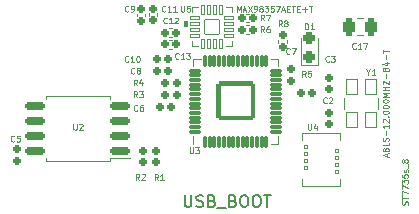
<source format=gto>
%TF.GenerationSoftware,KiCad,Pcbnew,(6.0.9)*%
%TF.CreationDate,2023-01-06T22:41:28-05:00*%
%TF.ProjectId,Doom Keycap,446f6f6d-204b-4657-9963-61702e6b6963,REV1*%
%TF.SameCoordinates,Original*%
%TF.FileFunction,Legend,Top*%
%TF.FilePolarity,Positive*%
%FSLAX46Y46*%
G04 Gerber Fmt 4.6, Leading zero omitted, Abs format (unit mm)*
G04 Created by KiCad (PCBNEW (6.0.9)) date 2023-01-06 22:41:28*
%MOMM*%
%LPD*%
G01*
G04 APERTURE LIST*
G04 Aperture macros list*
%AMRoundRect*
0 Rectangle with rounded corners*
0 $1 Rounding radius*
0 $2 $3 $4 $5 $6 $7 $8 $9 X,Y pos of 4 corners*
0 Add a 4 corners polygon primitive as box body*
4,1,4,$2,$3,$4,$5,$6,$7,$8,$9,$2,$3,0*
0 Add four circle primitives for the rounded corners*
1,1,$1+$1,$2,$3*
1,1,$1+$1,$4,$5*
1,1,$1+$1,$6,$7*
1,1,$1+$1,$8,$9*
0 Add four rect primitives between the rounded corners*
20,1,$1+$1,$2,$3,$4,$5,0*
20,1,$1+$1,$4,$5,$6,$7,0*
20,1,$1+$1,$6,$7,$8,$9,0*
20,1,$1+$1,$8,$9,$2,$3,0*%
G04 Aperture macros list end*
%ADD10C,0.150000*%
%ADD11C,0.125000*%
%ADD12C,0.120000*%
%ADD13C,0.100000*%
%ADD14RoundRect,0.198500X0.147500X0.172500X-0.147500X0.172500X-0.147500X-0.172500X0.147500X-0.172500X0*%
%ADD15RoundRect,0.198500X-0.172500X0.147500X-0.172500X-0.147500X0.172500X-0.147500X0.172500X0.147500X0*%
%ADD16RoundRect,0.198500X0.172500X-0.147500X0.172500X0.147500X-0.172500X0.147500X-0.172500X-0.147500X0*%
%ADD17RoundRect,0.201000X0.650000X0.150000X-0.650000X0.150000X-0.650000X-0.150000X0.650000X-0.150000X0*%
%ADD18RoundRect,0.198500X-0.147500X-0.172500X0.147500X-0.172500X0.147500X0.172500X-0.147500X0.172500X0*%
%ADD19RoundRect,0.101000X0.050000X-0.387500X0.050000X0.387500X-0.050000X0.387500X-0.050000X-0.387500X0*%
%ADD20RoundRect,0.101000X0.387500X-0.050000X0.387500X0.050000X-0.387500X0.050000X-0.387500X-0.050000X0*%
%ADD21RoundRect,0.195000X1.456000X-1.456000X1.456000X1.456000X-1.456000X1.456000X-1.456000X-1.456000X0*%
%ADD22RoundRect,0.051000X0.495300X-0.622300X0.495300X0.622300X-0.495300X0.622300X-0.495300X-0.622300X0*%
%ADD23RoundRect,0.294750X0.243750X0.456250X-0.243750X0.456250X-0.243750X-0.456250X0.243750X-0.456250X0*%
%ADD24RoundRect,0.191000X-0.170000X0.140000X-0.170000X-0.140000X0.170000X-0.140000X0.170000X0.140000X0*%
%ADD25RoundRect,0.191000X0.140000X0.170000X-0.140000X0.170000X-0.140000X-0.170000X0.140000X-0.170000X0*%
%ADD26RoundRect,0.051000X-0.406400X0.127000X-0.406400X-0.127000X0.406400X-0.127000X0.406400X0.127000X0*%
%ADD27RoundRect,0.051000X0.127000X0.406400X-0.127000X0.406400X-0.127000X-0.406400X0.127000X-0.406400X0*%
%ADD28RoundRect,0.051000X0.622300X0.622300X-0.622300X0.622300X-0.622300X-0.622300X0.622300X-0.622300X0*%
%ADD29RoundRect,0.186000X-0.185000X0.135000X-0.185000X-0.135000X0.185000X-0.135000X0.185000X0.135000X0*%
%ADD30RoundRect,0.269750X0.256250X-0.218750X0.256250X0.218750X-0.256250X0.218750X-0.256250X-0.218750X0*%
%ADD31RoundRect,0.051000X0.152400X-0.127000X0.152400X0.127000X-0.152400X0.127000X-0.152400X-0.127000X0*%
%ADD32O,1.152000X1.552000*%
%ADD33O,1.402000X1.902000*%
G04 APERTURE END LIST*
D10*
X171268571Y-95507380D02*
X171268571Y-96316904D01*
X171316190Y-96412142D01*
X171363809Y-96459761D01*
X171459047Y-96507380D01*
X171649523Y-96507380D01*
X171744761Y-96459761D01*
X171792380Y-96412142D01*
X171840000Y-96316904D01*
X171840000Y-95507380D01*
X172268571Y-96459761D02*
X172411428Y-96507380D01*
X172649523Y-96507380D01*
X172744761Y-96459761D01*
X172792380Y-96412142D01*
X172840000Y-96316904D01*
X172840000Y-96221666D01*
X172792380Y-96126428D01*
X172744761Y-96078809D01*
X172649523Y-96031190D01*
X172459047Y-95983571D01*
X172363809Y-95935952D01*
X172316190Y-95888333D01*
X172268571Y-95793095D01*
X172268571Y-95697857D01*
X172316190Y-95602619D01*
X172363809Y-95555000D01*
X172459047Y-95507380D01*
X172697142Y-95507380D01*
X172840000Y-95555000D01*
X173601904Y-95983571D02*
X173744761Y-96031190D01*
X173792380Y-96078809D01*
X173840000Y-96174047D01*
X173840000Y-96316904D01*
X173792380Y-96412142D01*
X173744761Y-96459761D01*
X173649523Y-96507380D01*
X173268571Y-96507380D01*
X173268571Y-95507380D01*
X173601904Y-95507380D01*
X173697142Y-95555000D01*
X173744761Y-95602619D01*
X173792380Y-95697857D01*
X173792380Y-95793095D01*
X173744761Y-95888333D01*
X173697142Y-95935952D01*
X173601904Y-95983571D01*
X173268571Y-95983571D01*
X174030476Y-96602619D02*
X174792380Y-96602619D01*
X175363809Y-95983571D02*
X175506666Y-96031190D01*
X175554285Y-96078809D01*
X175601904Y-96174047D01*
X175601904Y-96316904D01*
X175554285Y-96412142D01*
X175506666Y-96459761D01*
X175411428Y-96507380D01*
X175030476Y-96507380D01*
X175030476Y-95507380D01*
X175363809Y-95507380D01*
X175459047Y-95555000D01*
X175506666Y-95602619D01*
X175554285Y-95697857D01*
X175554285Y-95793095D01*
X175506666Y-95888333D01*
X175459047Y-95935952D01*
X175363809Y-95983571D01*
X175030476Y-95983571D01*
X176220952Y-95507380D02*
X176411428Y-95507380D01*
X176506666Y-95555000D01*
X176601904Y-95650238D01*
X176649523Y-95840714D01*
X176649523Y-96174047D01*
X176601904Y-96364523D01*
X176506666Y-96459761D01*
X176411428Y-96507380D01*
X176220952Y-96507380D01*
X176125714Y-96459761D01*
X176030476Y-96364523D01*
X175982857Y-96174047D01*
X175982857Y-95840714D01*
X176030476Y-95650238D01*
X176125714Y-95555000D01*
X176220952Y-95507380D01*
X177268571Y-95507380D02*
X177459047Y-95507380D01*
X177554285Y-95555000D01*
X177649523Y-95650238D01*
X177697142Y-95840714D01*
X177697142Y-96174047D01*
X177649523Y-96364523D01*
X177554285Y-96459761D01*
X177459047Y-96507380D01*
X177268571Y-96507380D01*
X177173333Y-96459761D01*
X177078095Y-96364523D01*
X177030476Y-96174047D01*
X177030476Y-95840714D01*
X177078095Y-95650238D01*
X177173333Y-95555000D01*
X177268571Y-95507380D01*
X177982857Y-95507380D02*
X178554285Y-95507380D01*
X178268571Y-96507380D02*
X178268571Y-95507380D01*
D11*
X166518571Y-84178571D02*
X166494761Y-84202380D01*
X166423333Y-84226190D01*
X166375714Y-84226190D01*
X166304285Y-84202380D01*
X166256666Y-84154761D01*
X166232857Y-84107142D01*
X166209047Y-84011904D01*
X166209047Y-83940476D01*
X166232857Y-83845238D01*
X166256666Y-83797619D01*
X166304285Y-83750000D01*
X166375714Y-83726190D01*
X166423333Y-83726190D01*
X166494761Y-83750000D01*
X166518571Y-83773809D01*
X166994761Y-84226190D02*
X166709047Y-84226190D01*
X166851904Y-84226190D02*
X166851904Y-83726190D01*
X166804285Y-83797619D01*
X166756666Y-83845238D01*
X166709047Y-83869047D01*
X167304285Y-83726190D02*
X167351904Y-83726190D01*
X167399523Y-83750000D01*
X167423333Y-83773809D01*
X167447142Y-83821428D01*
X167470952Y-83916666D01*
X167470952Y-84035714D01*
X167447142Y-84130952D01*
X167423333Y-84178571D01*
X167399523Y-84202380D01*
X167351904Y-84226190D01*
X167304285Y-84226190D01*
X167256666Y-84202380D01*
X167232857Y-84178571D01*
X167209047Y-84130952D01*
X167185238Y-84035714D01*
X167185238Y-83916666D01*
X167209047Y-83821428D01*
X167232857Y-83773809D01*
X167256666Y-83750000D01*
X167304285Y-83726190D01*
X167006666Y-85178571D02*
X166982857Y-85202380D01*
X166911428Y-85226190D01*
X166863809Y-85226190D01*
X166792380Y-85202380D01*
X166744761Y-85154761D01*
X166720952Y-85107142D01*
X166697142Y-85011904D01*
X166697142Y-84940476D01*
X166720952Y-84845238D01*
X166744761Y-84797619D01*
X166792380Y-84750000D01*
X166863809Y-84726190D01*
X166911428Y-84726190D01*
X166982857Y-84750000D01*
X167006666Y-84773809D01*
X167292380Y-84940476D02*
X167244761Y-84916666D01*
X167220952Y-84892857D01*
X167197142Y-84845238D01*
X167197142Y-84821428D01*
X167220952Y-84773809D01*
X167244761Y-84750000D01*
X167292380Y-84726190D01*
X167387619Y-84726190D01*
X167435238Y-84750000D01*
X167459047Y-84773809D01*
X167482857Y-84821428D01*
X167482857Y-84845238D01*
X167459047Y-84892857D01*
X167435238Y-84916666D01*
X167387619Y-84940476D01*
X167292380Y-84940476D01*
X167244761Y-84964285D01*
X167220952Y-84988095D01*
X167197142Y-85035714D01*
X167197142Y-85130952D01*
X167220952Y-85178571D01*
X167244761Y-85202380D01*
X167292380Y-85226190D01*
X167387619Y-85226190D01*
X167435238Y-85202380D01*
X167459047Y-85178571D01*
X167482857Y-85130952D01*
X167482857Y-85035714D01*
X167459047Y-84988095D01*
X167435238Y-84964285D01*
X167387619Y-84940476D01*
X156856666Y-90928571D02*
X156832857Y-90952380D01*
X156761428Y-90976190D01*
X156713809Y-90976190D01*
X156642380Y-90952380D01*
X156594761Y-90904761D01*
X156570952Y-90857142D01*
X156547142Y-90761904D01*
X156547142Y-90690476D01*
X156570952Y-90595238D01*
X156594761Y-90547619D01*
X156642380Y-90500000D01*
X156713809Y-90476190D01*
X156761428Y-90476190D01*
X156832857Y-90500000D01*
X156856666Y-90523809D01*
X157309047Y-90476190D02*
X157070952Y-90476190D01*
X157047142Y-90714285D01*
X157070952Y-90690476D01*
X157118571Y-90666666D01*
X157237619Y-90666666D01*
X157285238Y-90690476D01*
X157309047Y-90714285D01*
X157332857Y-90761904D01*
X157332857Y-90880952D01*
X157309047Y-90928571D01*
X157285238Y-90952380D01*
X157237619Y-90976190D01*
X157118571Y-90976190D01*
X157070952Y-90952380D01*
X157047142Y-90928571D01*
X167431666Y-94211190D02*
X167265000Y-93973095D01*
X167145952Y-94211190D02*
X167145952Y-93711190D01*
X167336428Y-93711190D01*
X167384047Y-93735000D01*
X167407857Y-93758809D01*
X167431666Y-93806428D01*
X167431666Y-93877857D01*
X167407857Y-93925476D01*
X167384047Y-93949285D01*
X167336428Y-93973095D01*
X167145952Y-93973095D01*
X167622142Y-93758809D02*
X167645952Y-93735000D01*
X167693571Y-93711190D01*
X167812619Y-93711190D01*
X167860238Y-93735000D01*
X167884047Y-93758809D01*
X167907857Y-93806428D01*
X167907857Y-93854047D01*
X167884047Y-93925476D01*
X167598333Y-94211190D01*
X167907857Y-94211190D01*
X161859047Y-89476190D02*
X161859047Y-89880952D01*
X161882857Y-89928571D01*
X161906666Y-89952380D01*
X161954285Y-89976190D01*
X162049523Y-89976190D01*
X162097142Y-89952380D01*
X162120952Y-89928571D01*
X162144761Y-89880952D01*
X162144761Y-89476190D01*
X162359047Y-89523809D02*
X162382857Y-89500000D01*
X162430476Y-89476190D01*
X162549523Y-89476190D01*
X162597142Y-89500000D01*
X162620952Y-89523809D01*
X162644761Y-89571428D01*
X162644761Y-89619047D01*
X162620952Y-89690476D01*
X162335238Y-89976190D01*
X162644761Y-89976190D01*
X183506666Y-84178571D02*
X183482857Y-84202380D01*
X183411428Y-84226190D01*
X183363809Y-84226190D01*
X183292380Y-84202380D01*
X183244761Y-84154761D01*
X183220952Y-84107142D01*
X183197142Y-84011904D01*
X183197142Y-83940476D01*
X183220952Y-83845238D01*
X183244761Y-83797619D01*
X183292380Y-83750000D01*
X183363809Y-83726190D01*
X183411428Y-83726190D01*
X183482857Y-83750000D01*
X183506666Y-83773809D01*
X183673333Y-83726190D02*
X183982857Y-83726190D01*
X183816190Y-83916666D01*
X183887619Y-83916666D01*
X183935238Y-83940476D01*
X183959047Y-83964285D01*
X183982857Y-84011904D01*
X183982857Y-84130952D01*
X183959047Y-84178571D01*
X183935238Y-84202380D01*
X183887619Y-84226190D01*
X183744761Y-84226190D01*
X183697142Y-84202380D01*
X183673333Y-84178571D01*
X169006666Y-94226190D02*
X168840000Y-93988095D01*
X168720952Y-94226190D02*
X168720952Y-93726190D01*
X168911428Y-93726190D01*
X168959047Y-93750000D01*
X168982857Y-93773809D01*
X169006666Y-93821428D01*
X169006666Y-93892857D01*
X168982857Y-93940476D01*
X168959047Y-93964285D01*
X168911428Y-93988095D01*
X168720952Y-93988095D01*
X169482857Y-94226190D02*
X169197142Y-94226190D01*
X169340000Y-94226190D02*
X169340000Y-93726190D01*
X169292380Y-93797619D01*
X169244761Y-93845238D01*
X169197142Y-93869047D01*
X167256666Y-87226190D02*
X167090000Y-86988095D01*
X166970952Y-87226190D02*
X166970952Y-86726190D01*
X167161428Y-86726190D01*
X167209047Y-86750000D01*
X167232857Y-86773809D01*
X167256666Y-86821428D01*
X167256666Y-86892857D01*
X167232857Y-86940476D01*
X167209047Y-86964285D01*
X167161428Y-86988095D01*
X166970952Y-86988095D01*
X167423333Y-86726190D02*
X167732857Y-86726190D01*
X167566190Y-86916666D01*
X167637619Y-86916666D01*
X167685238Y-86940476D01*
X167709047Y-86964285D01*
X167732857Y-87011904D01*
X167732857Y-87130952D01*
X167709047Y-87178571D01*
X167685238Y-87202380D01*
X167637619Y-87226190D01*
X167494761Y-87226190D01*
X167447142Y-87202380D01*
X167423333Y-87178571D01*
X180163247Y-83502543D02*
X180139438Y-83526352D01*
X180068009Y-83550162D01*
X180020390Y-83550162D01*
X179948961Y-83526352D01*
X179901342Y-83478733D01*
X179877533Y-83431114D01*
X179853723Y-83335876D01*
X179853723Y-83264448D01*
X179877533Y-83169210D01*
X179901342Y-83121591D01*
X179948961Y-83073972D01*
X180020390Y-83050162D01*
X180068009Y-83050162D01*
X180139438Y-83073972D01*
X180163247Y-83097781D01*
X180329914Y-83050162D02*
X180663247Y-83050162D01*
X180448961Y-83550162D01*
X171709047Y-91476190D02*
X171709047Y-91880952D01*
X171732857Y-91928571D01*
X171756666Y-91952380D01*
X171804285Y-91976190D01*
X171899523Y-91976190D01*
X171947142Y-91952380D01*
X171970952Y-91928571D01*
X171994761Y-91880952D01*
X171994761Y-91476190D01*
X172185238Y-91476190D02*
X172494761Y-91476190D01*
X172328095Y-91666666D01*
X172399523Y-91666666D01*
X172447142Y-91690476D01*
X172470952Y-91714285D01*
X172494761Y-91761904D01*
X172494761Y-91880952D01*
X172470952Y-91928571D01*
X172447142Y-91952380D01*
X172399523Y-91976190D01*
X172256666Y-91976190D01*
X172209047Y-91952380D01*
X172185238Y-91928571D01*
X183313211Y-87678571D02*
X183289402Y-87702380D01*
X183217973Y-87726190D01*
X183170354Y-87726190D01*
X183098925Y-87702380D01*
X183051306Y-87654761D01*
X183027497Y-87607142D01*
X183003687Y-87511904D01*
X183003687Y-87440476D01*
X183027497Y-87345238D01*
X183051306Y-87297619D01*
X183098925Y-87250000D01*
X183170354Y-87226190D01*
X183217973Y-87226190D01*
X183289402Y-87250000D01*
X183313211Y-87273809D01*
X183503687Y-87273809D02*
X183527497Y-87250000D01*
X183575116Y-87226190D01*
X183694164Y-87226190D01*
X183741783Y-87250000D01*
X183765592Y-87273809D01*
X183789402Y-87321428D01*
X183789402Y-87369047D01*
X183765592Y-87440476D01*
X183479878Y-87726190D01*
X183789402Y-87726190D01*
X167256666Y-86226190D02*
X167090000Y-85988095D01*
X166970952Y-86226190D02*
X166970952Y-85726190D01*
X167161428Y-85726190D01*
X167209047Y-85750000D01*
X167232857Y-85773809D01*
X167256666Y-85821428D01*
X167256666Y-85892857D01*
X167232857Y-85940476D01*
X167209047Y-85964285D01*
X167161428Y-85988095D01*
X166970952Y-85988095D01*
X167685238Y-85892857D02*
X167685238Y-86226190D01*
X167566190Y-85702380D02*
X167447142Y-86059523D01*
X167756666Y-86059523D01*
X167280296Y-88326970D02*
X167256487Y-88350779D01*
X167185058Y-88374589D01*
X167137439Y-88374589D01*
X167066010Y-88350779D01*
X167018391Y-88303160D01*
X166994582Y-88255541D01*
X166970772Y-88160303D01*
X166970772Y-88088875D01*
X166994582Y-87993637D01*
X167018391Y-87946018D01*
X167066010Y-87898399D01*
X167137439Y-87874589D01*
X167185058Y-87874589D01*
X167256487Y-87898399D01*
X167280296Y-87922208D01*
X167708868Y-87874589D02*
X167613630Y-87874589D01*
X167566010Y-87898399D01*
X167542201Y-87922208D01*
X167494582Y-87993637D01*
X167470772Y-88088875D01*
X167470772Y-88279351D01*
X167494582Y-88326970D01*
X167518391Y-88350779D01*
X167566010Y-88374589D01*
X167661249Y-88374589D01*
X167708868Y-88350779D01*
X167732677Y-88326970D01*
X167756487Y-88279351D01*
X167756487Y-88160303D01*
X167732677Y-88112684D01*
X167708868Y-88088875D01*
X167661249Y-88065065D01*
X167566010Y-88065065D01*
X167518391Y-88088875D01*
X167494582Y-88112684D01*
X167470772Y-88160303D01*
X181506666Y-85476190D02*
X181340000Y-85238095D01*
X181220952Y-85476190D02*
X181220952Y-84976190D01*
X181411428Y-84976190D01*
X181459047Y-85000000D01*
X181482857Y-85023809D01*
X181506666Y-85071428D01*
X181506666Y-85142857D01*
X181482857Y-85190476D01*
X181459047Y-85214285D01*
X181411428Y-85238095D01*
X181220952Y-85238095D01*
X181959047Y-84976190D02*
X181720952Y-84976190D01*
X181697142Y-85214285D01*
X181720952Y-85190476D01*
X181768571Y-85166666D01*
X181887619Y-85166666D01*
X181935238Y-85190476D01*
X181959047Y-85214285D01*
X181982857Y-85261904D01*
X181982857Y-85380952D01*
X181959047Y-85428571D01*
X181935238Y-85452380D01*
X181887619Y-85476190D01*
X181768571Y-85476190D01*
X181720952Y-85452380D01*
X181697142Y-85428571D01*
X186820359Y-85110234D02*
X186820359Y-85348329D01*
X186653693Y-84848329D02*
X186820359Y-85110234D01*
X186987026Y-84848329D01*
X187415597Y-85348329D02*
X187129883Y-85348329D01*
X187272740Y-85348329D02*
X187272740Y-84848329D01*
X187225121Y-84919758D01*
X187177502Y-84967377D01*
X187129883Y-84991186D01*
X188391788Y-92261904D02*
X188391788Y-92023809D01*
X188534645Y-92309523D02*
X188034645Y-92142857D01*
X188534645Y-91976190D01*
X188272740Y-91642857D02*
X188296550Y-91571428D01*
X188320359Y-91547619D01*
X188367978Y-91523809D01*
X188439407Y-91523809D01*
X188487026Y-91547619D01*
X188510835Y-91571428D01*
X188534645Y-91619047D01*
X188534645Y-91809523D01*
X188034645Y-91809523D01*
X188034645Y-91642857D01*
X188058455Y-91595238D01*
X188082264Y-91571428D01*
X188129883Y-91547619D01*
X188177502Y-91547619D01*
X188225121Y-91571428D01*
X188248931Y-91595238D01*
X188272740Y-91642857D01*
X188272740Y-91809523D01*
X188534645Y-91071428D02*
X188534645Y-91309523D01*
X188034645Y-91309523D01*
X188510835Y-90928571D02*
X188534645Y-90857142D01*
X188534645Y-90738095D01*
X188510835Y-90690476D01*
X188487026Y-90666666D01*
X188439407Y-90642857D01*
X188391788Y-90642857D01*
X188344169Y-90666666D01*
X188320359Y-90690476D01*
X188296550Y-90738095D01*
X188272740Y-90833333D01*
X188248931Y-90880952D01*
X188225121Y-90904761D01*
X188177502Y-90928571D01*
X188129883Y-90928571D01*
X188082264Y-90904761D01*
X188058455Y-90880952D01*
X188034645Y-90833333D01*
X188034645Y-90714285D01*
X188058455Y-90642857D01*
X188344169Y-90428571D02*
X188344169Y-90047619D01*
X188534645Y-89547619D02*
X188534645Y-89833333D01*
X188534645Y-89690476D02*
X188034645Y-89690476D01*
X188106074Y-89738095D01*
X188153693Y-89785714D01*
X188177502Y-89833333D01*
X188082264Y-89357142D02*
X188058455Y-89333333D01*
X188034645Y-89285714D01*
X188034645Y-89166666D01*
X188058455Y-89119047D01*
X188082264Y-89095238D01*
X188129883Y-89071428D01*
X188177502Y-89071428D01*
X188248931Y-89095238D01*
X188534645Y-89380952D01*
X188534645Y-89071428D01*
X188487026Y-88857142D02*
X188510835Y-88833333D01*
X188534645Y-88857142D01*
X188510835Y-88880952D01*
X188487026Y-88857142D01*
X188534645Y-88857142D01*
X188034645Y-88523809D02*
X188034645Y-88476190D01*
X188058455Y-88428571D01*
X188082264Y-88404761D01*
X188129883Y-88380952D01*
X188225121Y-88357142D01*
X188344169Y-88357142D01*
X188439407Y-88380952D01*
X188487026Y-88404761D01*
X188510835Y-88428571D01*
X188534645Y-88476190D01*
X188534645Y-88523809D01*
X188510835Y-88571428D01*
X188487026Y-88595238D01*
X188439407Y-88619047D01*
X188344169Y-88642857D01*
X188225121Y-88642857D01*
X188129883Y-88619047D01*
X188082264Y-88595238D01*
X188058455Y-88571428D01*
X188034645Y-88523809D01*
X188034645Y-88047619D02*
X188034645Y-88000000D01*
X188058455Y-87952380D01*
X188082264Y-87928571D01*
X188129883Y-87904761D01*
X188225121Y-87880952D01*
X188344169Y-87880952D01*
X188439407Y-87904761D01*
X188487026Y-87928571D01*
X188510835Y-87952380D01*
X188534645Y-88000000D01*
X188534645Y-88047619D01*
X188510835Y-88095238D01*
X188487026Y-88119047D01*
X188439407Y-88142857D01*
X188344169Y-88166666D01*
X188225121Y-88166666D01*
X188129883Y-88142857D01*
X188082264Y-88119047D01*
X188058455Y-88095238D01*
X188034645Y-88047619D01*
X188034645Y-87571428D02*
X188034645Y-87523809D01*
X188058455Y-87476190D01*
X188082264Y-87452380D01*
X188129883Y-87428571D01*
X188225121Y-87404761D01*
X188344169Y-87404761D01*
X188439407Y-87428571D01*
X188487026Y-87452380D01*
X188510835Y-87476190D01*
X188534645Y-87523809D01*
X188534645Y-87571428D01*
X188510835Y-87619047D01*
X188487026Y-87642857D01*
X188439407Y-87666666D01*
X188344169Y-87690476D01*
X188225121Y-87690476D01*
X188129883Y-87666666D01*
X188082264Y-87642857D01*
X188058455Y-87619047D01*
X188034645Y-87571428D01*
X188534645Y-87190476D02*
X188034645Y-87190476D01*
X188391788Y-87023809D01*
X188034645Y-86857142D01*
X188534645Y-86857142D01*
X188534645Y-86619047D02*
X188034645Y-86619047D01*
X188272740Y-86619047D02*
X188272740Y-86333333D01*
X188534645Y-86333333D02*
X188034645Y-86333333D01*
X188034645Y-86142857D02*
X188034645Y-85809523D01*
X188534645Y-86142857D01*
X188534645Y-85809523D01*
X188344169Y-85619047D02*
X188344169Y-85238095D01*
X188272740Y-84833333D02*
X188296550Y-84761904D01*
X188320359Y-84738095D01*
X188367978Y-84714285D01*
X188439407Y-84714285D01*
X188487026Y-84738095D01*
X188510835Y-84761904D01*
X188534645Y-84809523D01*
X188534645Y-85000000D01*
X188034645Y-85000000D01*
X188034645Y-84833333D01*
X188058455Y-84785714D01*
X188082264Y-84761904D01*
X188129883Y-84738095D01*
X188177502Y-84738095D01*
X188225121Y-84761904D01*
X188248931Y-84785714D01*
X188272740Y-84833333D01*
X188272740Y-85000000D01*
X188201312Y-84285714D02*
X188534645Y-84285714D01*
X188010835Y-84404761D02*
X188367978Y-84523809D01*
X188367978Y-84214285D01*
X188344169Y-84023809D02*
X188344169Y-83642857D01*
X188034645Y-83476190D02*
X188034645Y-83190476D01*
X188534645Y-83333333D02*
X188034645Y-83333333D01*
X185768571Y-83078571D02*
X185744761Y-83102380D01*
X185673333Y-83126190D01*
X185625714Y-83126190D01*
X185554285Y-83102380D01*
X185506666Y-83054761D01*
X185482857Y-83007142D01*
X185459047Y-82911904D01*
X185459047Y-82840476D01*
X185482857Y-82745238D01*
X185506666Y-82697619D01*
X185554285Y-82650000D01*
X185625714Y-82626190D01*
X185673333Y-82626190D01*
X185744761Y-82650000D01*
X185768571Y-82673809D01*
X186244761Y-83126190D02*
X185959047Y-83126190D01*
X186101904Y-83126190D02*
X186101904Y-82626190D01*
X186054285Y-82697619D01*
X186006666Y-82745238D01*
X185959047Y-82769047D01*
X186411428Y-82626190D02*
X186744761Y-82626190D01*
X186530476Y-83126190D01*
X166506666Y-79928571D02*
X166482857Y-79952380D01*
X166411428Y-79976190D01*
X166363809Y-79976190D01*
X166292380Y-79952380D01*
X166244761Y-79904761D01*
X166220952Y-79857142D01*
X166197142Y-79761904D01*
X166197142Y-79690476D01*
X166220952Y-79595238D01*
X166244761Y-79547619D01*
X166292380Y-79500000D01*
X166363809Y-79476190D01*
X166411428Y-79476190D01*
X166482857Y-79500000D01*
X166506666Y-79523809D01*
X166744761Y-79976190D02*
X166840000Y-79976190D01*
X166887619Y-79952380D01*
X166911428Y-79928571D01*
X166959047Y-79857142D01*
X166982857Y-79761904D01*
X166982857Y-79571428D01*
X166959047Y-79523809D01*
X166935238Y-79500000D01*
X166887619Y-79476190D01*
X166792380Y-79476190D01*
X166744761Y-79500000D01*
X166720952Y-79523809D01*
X166697142Y-79571428D01*
X166697142Y-79690476D01*
X166720952Y-79738095D01*
X166744761Y-79761904D01*
X166792380Y-79785714D01*
X166887619Y-79785714D01*
X166935238Y-79761904D01*
X166959047Y-79738095D01*
X166982857Y-79690476D01*
X170768571Y-83928571D02*
X170744761Y-83952380D01*
X170673333Y-83976190D01*
X170625714Y-83976190D01*
X170554285Y-83952380D01*
X170506666Y-83904761D01*
X170482857Y-83857142D01*
X170459047Y-83761904D01*
X170459047Y-83690476D01*
X170482857Y-83595238D01*
X170506666Y-83547619D01*
X170554285Y-83500000D01*
X170625714Y-83476190D01*
X170673333Y-83476190D01*
X170744761Y-83500000D01*
X170768571Y-83523809D01*
X171244761Y-83976190D02*
X170959047Y-83976190D01*
X171101904Y-83976190D02*
X171101904Y-83476190D01*
X171054285Y-83547619D01*
X171006666Y-83595238D01*
X170959047Y-83619047D01*
X171411428Y-83476190D02*
X171720952Y-83476190D01*
X171554285Y-83666666D01*
X171625714Y-83666666D01*
X171673333Y-83690476D01*
X171697142Y-83714285D01*
X171720952Y-83761904D01*
X171720952Y-83880952D01*
X171697142Y-83928571D01*
X171673333Y-83952380D01*
X171625714Y-83976190D01*
X171482857Y-83976190D01*
X171435238Y-83952380D01*
X171411428Y-83928571D01*
X169643571Y-79928571D02*
X169619761Y-79952380D01*
X169548333Y-79976190D01*
X169500714Y-79976190D01*
X169429285Y-79952380D01*
X169381666Y-79904761D01*
X169357857Y-79857142D01*
X169334047Y-79761904D01*
X169334047Y-79690476D01*
X169357857Y-79595238D01*
X169381666Y-79547619D01*
X169429285Y-79500000D01*
X169500714Y-79476190D01*
X169548333Y-79476190D01*
X169619761Y-79500000D01*
X169643571Y-79523809D01*
X170119761Y-79976190D02*
X169834047Y-79976190D01*
X169976904Y-79976190D02*
X169976904Y-79476190D01*
X169929285Y-79547619D01*
X169881666Y-79595238D01*
X169834047Y-79619047D01*
X170595952Y-79976190D02*
X170310238Y-79976190D01*
X170453095Y-79976190D02*
X170453095Y-79476190D01*
X170405476Y-79547619D01*
X170357857Y-79595238D01*
X170310238Y-79619047D01*
X178006666Y-80726190D02*
X177840000Y-80488095D01*
X177720952Y-80726190D02*
X177720952Y-80226190D01*
X177911428Y-80226190D01*
X177959047Y-80250000D01*
X177982857Y-80273809D01*
X178006666Y-80321428D01*
X178006666Y-80392857D01*
X177982857Y-80440476D01*
X177959047Y-80464285D01*
X177911428Y-80488095D01*
X177720952Y-80488095D01*
X178173333Y-80226190D02*
X178506666Y-80226190D01*
X178292380Y-80726190D01*
X170959047Y-79476190D02*
X170959047Y-79880952D01*
X170982857Y-79928571D01*
X171006666Y-79952380D01*
X171054285Y-79976190D01*
X171149523Y-79976190D01*
X171197142Y-79952380D01*
X171220952Y-79928571D01*
X171244761Y-79880952D01*
X171244761Y-79476190D01*
X171720952Y-79476190D02*
X171482857Y-79476190D01*
X171459047Y-79714285D01*
X171482857Y-79690476D01*
X171530476Y-79666666D01*
X171649523Y-79666666D01*
X171697142Y-79690476D01*
X171720952Y-79714285D01*
X171744761Y-79761904D01*
X171744761Y-79880952D01*
X171720952Y-79928571D01*
X171697142Y-79952380D01*
X171649523Y-79976190D01*
X171530476Y-79976190D01*
X171482857Y-79952380D01*
X171459047Y-79928571D01*
X175673333Y-79976190D02*
X175673333Y-79476190D01*
X175840000Y-79833333D01*
X176006666Y-79476190D01*
X176006666Y-79976190D01*
X176220952Y-79833333D02*
X176459047Y-79833333D01*
X176173333Y-79976190D02*
X176340000Y-79476190D01*
X176506666Y-79976190D01*
X176625714Y-79476190D02*
X176959047Y-79976190D01*
X176959047Y-79476190D02*
X176625714Y-79976190D01*
X177173333Y-79976190D02*
X177268571Y-79976190D01*
X177316190Y-79952380D01*
X177340000Y-79928571D01*
X177387619Y-79857142D01*
X177411428Y-79761904D01*
X177411428Y-79571428D01*
X177387619Y-79523809D01*
X177363809Y-79500000D01*
X177316190Y-79476190D01*
X177220952Y-79476190D01*
X177173333Y-79500000D01*
X177149523Y-79523809D01*
X177125714Y-79571428D01*
X177125714Y-79690476D01*
X177149523Y-79738095D01*
X177173333Y-79761904D01*
X177220952Y-79785714D01*
X177316190Y-79785714D01*
X177363809Y-79761904D01*
X177387619Y-79738095D01*
X177411428Y-79690476D01*
X177697142Y-79690476D02*
X177649523Y-79666666D01*
X177625714Y-79642857D01*
X177601904Y-79595238D01*
X177601904Y-79571428D01*
X177625714Y-79523809D01*
X177649523Y-79500000D01*
X177697142Y-79476190D01*
X177792380Y-79476190D01*
X177840000Y-79500000D01*
X177863809Y-79523809D01*
X177887619Y-79571428D01*
X177887619Y-79595238D01*
X177863809Y-79642857D01*
X177840000Y-79666666D01*
X177792380Y-79690476D01*
X177697142Y-79690476D01*
X177649523Y-79714285D01*
X177625714Y-79738095D01*
X177601904Y-79785714D01*
X177601904Y-79880952D01*
X177625714Y-79928571D01*
X177649523Y-79952380D01*
X177697142Y-79976190D01*
X177792380Y-79976190D01*
X177840000Y-79952380D01*
X177863809Y-79928571D01*
X177887619Y-79880952D01*
X177887619Y-79785714D01*
X177863809Y-79738095D01*
X177840000Y-79714285D01*
X177792380Y-79690476D01*
X178054285Y-79476190D02*
X178363809Y-79476190D01*
X178197142Y-79666666D01*
X178268571Y-79666666D01*
X178316190Y-79690476D01*
X178340000Y-79714285D01*
X178363809Y-79761904D01*
X178363809Y-79880952D01*
X178340000Y-79928571D01*
X178316190Y-79952380D01*
X178268571Y-79976190D01*
X178125714Y-79976190D01*
X178078095Y-79952380D01*
X178054285Y-79928571D01*
X178816190Y-79476190D02*
X178578095Y-79476190D01*
X178554285Y-79714285D01*
X178578095Y-79690476D01*
X178625714Y-79666666D01*
X178744761Y-79666666D01*
X178792380Y-79690476D01*
X178816190Y-79714285D01*
X178840000Y-79761904D01*
X178840000Y-79880952D01*
X178816190Y-79928571D01*
X178792380Y-79952380D01*
X178744761Y-79976190D01*
X178625714Y-79976190D01*
X178578095Y-79952380D01*
X178554285Y-79928571D01*
X179006666Y-79476190D02*
X179340000Y-79476190D01*
X179125714Y-79976190D01*
X179506666Y-79833333D02*
X179744761Y-79833333D01*
X179459047Y-79976190D02*
X179625714Y-79476190D01*
X179792380Y-79976190D01*
X179959047Y-79714285D02*
X180125714Y-79714285D01*
X180197142Y-79976190D02*
X179959047Y-79976190D01*
X179959047Y-79476190D01*
X180197142Y-79476190D01*
X180340000Y-79476190D02*
X180625714Y-79476190D01*
X180482857Y-79976190D02*
X180482857Y-79476190D01*
X180792380Y-79714285D02*
X180959047Y-79714285D01*
X181030476Y-79976190D02*
X180792380Y-79976190D01*
X180792380Y-79476190D01*
X181030476Y-79476190D01*
X181244761Y-79785714D02*
X181625714Y-79785714D01*
X181435238Y-79976190D02*
X181435238Y-79595238D01*
X181792380Y-79476190D02*
X182078095Y-79476190D01*
X181935238Y-79976190D02*
X181935238Y-79476190D01*
X179506666Y-81226190D02*
X179340000Y-80988095D01*
X179220952Y-81226190D02*
X179220952Y-80726190D01*
X179411428Y-80726190D01*
X179459047Y-80750000D01*
X179482857Y-80773809D01*
X179506666Y-80821428D01*
X179506666Y-80892857D01*
X179482857Y-80940476D01*
X179459047Y-80964285D01*
X179411428Y-80988095D01*
X179220952Y-80988095D01*
X179792380Y-80940476D02*
X179744761Y-80916666D01*
X179720952Y-80892857D01*
X179697142Y-80845238D01*
X179697142Y-80821428D01*
X179720952Y-80773809D01*
X179744761Y-80750000D01*
X179792380Y-80726190D01*
X179887619Y-80726190D01*
X179935238Y-80750000D01*
X179959047Y-80773809D01*
X179982857Y-80821428D01*
X179982857Y-80845238D01*
X179959047Y-80892857D01*
X179935238Y-80916666D01*
X179887619Y-80940476D01*
X179792380Y-80940476D01*
X179744761Y-80964285D01*
X179720952Y-80988095D01*
X179697142Y-81035714D01*
X179697142Y-81130952D01*
X179720952Y-81178571D01*
X179744761Y-81202380D01*
X179792380Y-81226190D01*
X179887619Y-81226190D01*
X179935238Y-81202380D01*
X179959047Y-81178571D01*
X179982857Y-81130952D01*
X179982857Y-81035714D01*
X179959047Y-80988095D01*
X179935238Y-80964285D01*
X179887619Y-80940476D01*
X181470952Y-81476190D02*
X181470952Y-80976190D01*
X181590000Y-80976190D01*
X181661428Y-81000000D01*
X181709047Y-81047619D01*
X181732857Y-81095238D01*
X181756666Y-81190476D01*
X181756666Y-81261904D01*
X181732857Y-81357142D01*
X181709047Y-81404761D01*
X181661428Y-81452380D01*
X181590000Y-81476190D01*
X181470952Y-81476190D01*
X182232857Y-81476190D02*
X181947142Y-81476190D01*
X182090000Y-81476190D02*
X182090000Y-80976190D01*
X182042380Y-81047619D01*
X181994761Y-81095238D01*
X181947142Y-81119047D01*
X169768571Y-80928571D02*
X169744761Y-80952380D01*
X169673333Y-80976190D01*
X169625714Y-80976190D01*
X169554285Y-80952380D01*
X169506666Y-80904761D01*
X169482857Y-80857142D01*
X169459047Y-80761904D01*
X169459047Y-80690476D01*
X169482857Y-80595238D01*
X169506666Y-80547619D01*
X169554285Y-80500000D01*
X169625714Y-80476190D01*
X169673333Y-80476190D01*
X169744761Y-80500000D01*
X169768571Y-80523809D01*
X170244761Y-80976190D02*
X169959047Y-80976190D01*
X170101904Y-80976190D02*
X170101904Y-80476190D01*
X170054285Y-80547619D01*
X170006666Y-80595238D01*
X169959047Y-80619047D01*
X170435238Y-80523809D02*
X170459047Y-80500000D01*
X170506666Y-80476190D01*
X170625714Y-80476190D01*
X170673333Y-80500000D01*
X170697142Y-80523809D01*
X170720952Y-80571428D01*
X170720952Y-80619047D01*
X170697142Y-80690476D01*
X170411428Y-80976190D01*
X170720952Y-80976190D01*
X181709047Y-89476190D02*
X181709047Y-89880952D01*
X181732857Y-89928571D01*
X181756666Y-89952380D01*
X181804285Y-89976190D01*
X181899523Y-89976190D01*
X181947142Y-89952380D01*
X181970952Y-89928571D01*
X181994761Y-89880952D01*
X181994761Y-89476190D01*
X182447142Y-89642857D02*
X182447142Y-89976190D01*
X182328095Y-89452380D02*
X182209047Y-89809523D01*
X182518571Y-89809523D01*
X190142380Y-96316666D02*
X190166190Y-96245238D01*
X190166190Y-96126190D01*
X190142380Y-96078571D01*
X190118571Y-96054761D01*
X190070952Y-96030952D01*
X190023333Y-96030952D01*
X189975714Y-96054761D01*
X189951904Y-96078571D01*
X189928095Y-96126190D01*
X189904285Y-96221428D01*
X189880476Y-96269047D01*
X189856666Y-96292857D01*
X189809047Y-96316666D01*
X189761428Y-96316666D01*
X189713809Y-96292857D01*
X189690000Y-96269047D01*
X189666190Y-96221428D01*
X189666190Y-96102380D01*
X189690000Y-96030952D01*
X189666190Y-95888095D02*
X189666190Y-95602380D01*
X190166190Y-95745238D02*
X189666190Y-95745238D01*
X189666190Y-95483333D02*
X189666190Y-95150000D01*
X190166190Y-95364285D01*
X189666190Y-95007142D02*
X189666190Y-94673809D01*
X190166190Y-94888095D01*
X189666190Y-94530952D02*
X189666190Y-94221428D01*
X189856666Y-94388095D01*
X189856666Y-94316666D01*
X189880476Y-94269047D01*
X189904285Y-94245238D01*
X189951904Y-94221428D01*
X190070952Y-94221428D01*
X190118571Y-94245238D01*
X190142380Y-94269047D01*
X190166190Y-94316666D01*
X190166190Y-94459523D01*
X190142380Y-94507142D01*
X190118571Y-94530952D01*
X189666190Y-93769047D02*
X189666190Y-94007142D01*
X189904285Y-94030952D01*
X189880476Y-94007142D01*
X189856666Y-93959523D01*
X189856666Y-93840476D01*
X189880476Y-93792857D01*
X189904285Y-93769047D01*
X189951904Y-93745238D01*
X190070952Y-93745238D01*
X190118571Y-93769047D01*
X190142380Y-93792857D01*
X190166190Y-93840476D01*
X190166190Y-93959523D01*
X190142380Y-94007142D01*
X190118571Y-94030952D01*
X190142380Y-93554761D02*
X190166190Y-93507142D01*
X190166190Y-93411904D01*
X190142380Y-93364285D01*
X190094761Y-93340476D01*
X190070952Y-93340476D01*
X190023333Y-93364285D01*
X189999523Y-93411904D01*
X189999523Y-93483333D01*
X189975714Y-93530952D01*
X189928095Y-93554761D01*
X189904285Y-93554761D01*
X189856666Y-93530952D01*
X189832857Y-93483333D01*
X189832857Y-93411904D01*
X189856666Y-93364285D01*
X190213809Y-93245238D02*
X190213809Y-92864285D01*
X189880476Y-92673809D02*
X189856666Y-92721428D01*
X189832857Y-92745238D01*
X189785238Y-92769047D01*
X189761428Y-92769047D01*
X189713809Y-92745238D01*
X189690000Y-92721428D01*
X189666190Y-92673809D01*
X189666190Y-92578571D01*
X189690000Y-92530952D01*
X189713809Y-92507142D01*
X189761428Y-92483333D01*
X189785238Y-92483333D01*
X189832857Y-92507142D01*
X189856666Y-92530952D01*
X189880476Y-92578571D01*
X189880476Y-92673809D01*
X189904285Y-92721428D01*
X189928095Y-92745238D01*
X189975714Y-92769047D01*
X190070952Y-92769047D01*
X190118571Y-92745238D01*
X190142380Y-92721428D01*
X190166190Y-92673809D01*
X190166190Y-92578571D01*
X190142380Y-92530952D01*
X190118571Y-92507142D01*
X190070952Y-92483333D01*
X189975714Y-92483333D01*
X189928095Y-92507142D01*
X189904285Y-92530952D01*
X189880476Y-92578571D01*
X178006666Y-81726190D02*
X177840000Y-81488095D01*
X177720952Y-81726190D02*
X177720952Y-81226190D01*
X177911428Y-81226190D01*
X177959047Y-81250000D01*
X177982857Y-81273809D01*
X178006666Y-81321428D01*
X178006666Y-81392857D01*
X177982857Y-81440476D01*
X177959047Y-81464285D01*
X177911428Y-81488095D01*
X177720952Y-81488095D01*
X178435238Y-81226190D02*
X178340000Y-81226190D01*
X178292380Y-81250000D01*
X178268571Y-81273809D01*
X178220952Y-81345238D01*
X178197142Y-81440476D01*
X178197142Y-81630952D01*
X178220952Y-81678571D01*
X178244761Y-81702380D01*
X178292380Y-81726190D01*
X178387619Y-81726190D01*
X178435238Y-81702380D01*
X178459047Y-81678571D01*
X178482857Y-81630952D01*
X178482857Y-81511904D01*
X178459047Y-81464285D01*
X178435238Y-81440476D01*
X178387619Y-81416666D01*
X178292380Y-81416666D01*
X178244761Y-81440476D01*
X178220952Y-81464285D01*
X178197142Y-81511904D01*
D12*
X162240000Y-92590000D02*
X164965000Y-92590000D01*
X162240000Y-87140000D02*
X164965000Y-87140000D01*
X164965000Y-92330000D02*
X166640000Y-92330000D01*
X162240000Y-92590000D02*
X159515000Y-92590000D01*
X159515000Y-87140000D02*
X159515000Y-87400000D01*
X162240000Y-87140000D02*
X159515000Y-87140000D01*
X164965000Y-87140000D02*
X164965000Y-87400000D01*
X159515000Y-92590000D02*
X159515000Y-92330000D01*
X164965000Y-92590000D02*
X164965000Y-92330000D01*
X171980000Y-84602500D02*
X171980000Y-83952500D01*
X179200000Y-84602500D02*
X179200000Y-83952500D01*
X171980000Y-83952500D02*
X172630000Y-83952500D01*
X179200000Y-91172500D02*
X178550000Y-91172500D01*
X171980000Y-90522500D02*
X171980000Y-91172500D01*
X179200000Y-83952500D02*
X178550000Y-83952500D01*
X179200000Y-90522500D02*
X179200000Y-91172500D01*
X187637400Y-88204491D02*
X187637400Y-87295509D01*
X184792600Y-87295509D02*
X184792600Y-88204491D01*
X186348578Y-81960000D02*
X185831422Y-81960000D01*
X186348578Y-80540000D02*
X185831422Y-80540000D01*
X167950000Y-80142164D02*
X167950000Y-80357836D01*
X167230000Y-80142164D02*
X167230000Y-80357836D01*
X170197836Y-82390000D02*
X169982164Y-82390000D01*
X170197836Y-83110000D02*
X169982164Y-83110000D01*
X168230000Y-80122164D02*
X168230000Y-80337836D01*
X168950000Y-80122164D02*
X168950000Y-80337836D01*
X176697836Y-80140000D02*
X176482164Y-80140000D01*
X176697836Y-80860000D02*
X176482164Y-80860000D01*
X172380259Y-79573600D02*
X171913600Y-79573600D01*
X175266400Y-79573600D02*
X174799741Y-79573600D01*
X171913600Y-82459741D02*
X171913600Y-82926400D01*
X175266400Y-82926400D02*
X175266400Y-82459741D01*
X175266400Y-80040259D02*
X175266400Y-79573600D01*
X171913600Y-79573600D02*
X171913600Y-80040259D01*
X171913600Y-82926400D02*
X172380259Y-82926400D01*
X174799741Y-82926400D02*
X175266400Y-82926400D01*
G36*
X171481800Y-81190501D02*
G01*
X171227800Y-81190501D01*
X171227800Y-80809500D01*
X171481800Y-80809500D01*
X171481800Y-81190501D01*
G37*
D13*
X171481800Y-81190501D02*
X171227800Y-81190501D01*
X171227800Y-80809500D01*
X171481800Y-80809500D01*
X171481800Y-81190501D01*
D12*
X179970000Y-82346359D02*
X179970000Y-82653641D01*
X179210000Y-82346359D02*
X179210000Y-82653641D01*
X182575000Y-84485000D02*
X182575000Y-82200000D01*
X181105000Y-82200000D02*
X181105000Y-84485000D01*
X181105000Y-84485000D02*
X182575000Y-84485000D01*
X170197836Y-81390000D02*
X169982164Y-81390000D01*
X170197836Y-82110000D02*
X169982164Y-82110000D01*
X181239800Y-94722500D02*
X184440200Y-94722500D01*
X184440200Y-90277500D02*
X181239800Y-90277500D01*
X181239800Y-94145288D02*
X181239800Y-94722500D01*
X181239800Y-90277500D02*
X181239800Y-90854712D01*
X184440200Y-94722500D02*
X184440200Y-94145288D01*
X184440200Y-90854712D02*
X184440200Y-90277500D01*
X176697836Y-81860000D02*
X176482164Y-81860000D01*
X176697836Y-81140000D02*
X176482164Y-81140000D01*
%LPC*%
D14*
X169890000Y-84000000D03*
X168920000Y-84000000D03*
X169890000Y-85000000D03*
X168920000Y-85000000D03*
D15*
X157090000Y-91630000D03*
X157090000Y-92600000D03*
D16*
X167715000Y-92720000D03*
X167715000Y-91750000D03*
D17*
X165840000Y-91770000D03*
X165840000Y-90500000D03*
X165840000Y-89230000D03*
X165840000Y-87960000D03*
X158640000Y-87960000D03*
X158640000Y-89230000D03*
X158640000Y-90500000D03*
X158640000Y-91770000D03*
D16*
X183496545Y-86552361D03*
X183496545Y-85582361D03*
D15*
X168840000Y-91765000D03*
X168840000Y-92735000D03*
D18*
X169630000Y-87012500D03*
X170600000Y-87012500D03*
D16*
X180246581Y-85808972D03*
X180246581Y-84838972D03*
D19*
X172990000Y-91000000D03*
X173390000Y-91000000D03*
X173790000Y-91000000D03*
X174190000Y-91000000D03*
X174590000Y-91000000D03*
X174990000Y-91000000D03*
X175390000Y-91000000D03*
X175790000Y-91000000D03*
X176190000Y-91000000D03*
X176590000Y-91000000D03*
X176990000Y-91000000D03*
X177390000Y-91000000D03*
X177790000Y-91000000D03*
X178190000Y-91000000D03*
D20*
X179027500Y-90162500D03*
X179027500Y-89762500D03*
X179027500Y-89362500D03*
X179027500Y-88962500D03*
X179027500Y-88562500D03*
X179027500Y-88162500D03*
X179027500Y-87762500D03*
X179027500Y-87362500D03*
X179027500Y-86962500D03*
X179027500Y-86562500D03*
X179027500Y-86162500D03*
X179027500Y-85762500D03*
X179027500Y-85362500D03*
X179027500Y-84962500D03*
D19*
X178190000Y-84125000D03*
X177790000Y-84125000D03*
X177390000Y-84125000D03*
X176990000Y-84125000D03*
X176590000Y-84125000D03*
X176190000Y-84125000D03*
X175790000Y-84125000D03*
X175390000Y-84125000D03*
X174990000Y-84125000D03*
X174590000Y-84125000D03*
X174190000Y-84125000D03*
X173790000Y-84125000D03*
X173390000Y-84125000D03*
X172990000Y-84125000D03*
D20*
X172152500Y-84962500D03*
X172152500Y-85362500D03*
X172152500Y-85762500D03*
X172152500Y-86162500D03*
X172152500Y-86562500D03*
X172152500Y-86962500D03*
X172152500Y-87362500D03*
X172152500Y-87762500D03*
X172152500Y-88162500D03*
X172152500Y-88562500D03*
X172152500Y-88962500D03*
X172152500Y-89362500D03*
X172152500Y-89762500D03*
X172152500Y-90162500D03*
D21*
X175590000Y-87562500D03*
D15*
X183496545Y-88552361D03*
X183496545Y-89522361D03*
D18*
X169630000Y-86012500D03*
X170600000Y-86012500D03*
D14*
X170123630Y-88010899D03*
X169153630Y-88010899D03*
D18*
X181126545Y-86852361D03*
X182096545Y-86852361D03*
D22*
X187015000Y-89134300D03*
X185415000Y-86365700D03*
X185415000Y-89134300D03*
X187015000Y-86365700D03*
D23*
X187027500Y-81250000D03*
X185152500Y-81250000D03*
D24*
X167590000Y-79770000D03*
X167590000Y-80730000D03*
D25*
X170570000Y-82750000D03*
X169610000Y-82750000D03*
D24*
X168590000Y-79750000D03*
X168590000Y-80710000D03*
D25*
X177070000Y-80500000D03*
X176110000Y-80500000D03*
D26*
X175037800Y-82000001D03*
X175037800Y-81500000D03*
X175037800Y-81000000D03*
X175037800Y-80499999D03*
D27*
X174340001Y-79802200D03*
X173840000Y-79802200D03*
X173340000Y-79802200D03*
X172839999Y-79802200D03*
D26*
X172142200Y-80499999D03*
X172142200Y-81000000D03*
X172142200Y-81500000D03*
X172142200Y-82000001D03*
D27*
X172839999Y-82697800D03*
X173340000Y-82697800D03*
X173840000Y-82697800D03*
X174340001Y-82697800D03*
D28*
X173590000Y-81250000D03*
D29*
X179590000Y-81990000D03*
X179590000Y-83010000D03*
D30*
X181840000Y-83787500D03*
X181840000Y-82212500D03*
D25*
X170570000Y-81750000D03*
X169610000Y-81750000D03*
D31*
X184165400Y-93549999D03*
X181514600Y-93250001D03*
X184165400Y-92949997D03*
X181514600Y-92649999D03*
X184165400Y-92349999D03*
X181514600Y-92050001D03*
X184165400Y-91750000D03*
X181514600Y-91450002D03*
D25*
X177070000Y-81500000D03*
X176110000Y-81500000D03*
D32*
X163415000Y-83730000D03*
D33*
X158265000Y-80700000D03*
X163715000Y-80700000D03*
D32*
X158565000Y-83730000D03*
M02*

</source>
